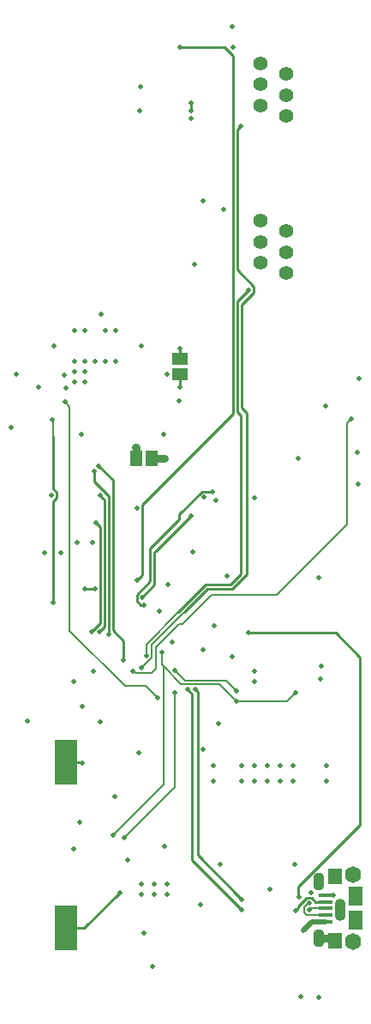
<source format=gbr>
G04 #@! TF.GenerationSoftware,KiCad,Pcbnew,(5.0.0)*
G04 #@! TF.CreationDate,2018-12-20T12:17:44-05:00*
G04 #@! TF.ProjectId,fk-weather,666B2D776561746865722E6B69636164,0.1*
G04 #@! TF.SameCoordinates,PX791ddc0PY791ddc0*
G04 #@! TF.FileFunction,Copper,L4,Bot,Signal*
G04 #@! TF.FilePolarity,Positive*
%FSLAX46Y46*%
G04 Gerber Fmt 4.6, Leading zero omitted, Abs format (unit mm)*
G04 Created by KiCad (PCBNEW (5.0.0)) date 12/20/18 12:17:44*
%MOMM*%
%LPD*%
G01*
G04 APERTURE LIST*
G04 #@! TA.AperFunction,SMDPad,CuDef*
%ADD10R,1.168400X1.600200*%
G04 #@! TD*
G04 #@! TA.AperFunction,SMDPad,CuDef*
%ADD11R,1.600200X1.168400*%
G04 #@! TD*
G04 #@! TA.AperFunction,SMDPad,CuDef*
%ADD12R,1.400000X1.600000*%
G04 #@! TD*
G04 #@! TA.AperFunction,SMDPad,CuDef*
%ADD13R,1.350000X0.400000*%
G04 #@! TD*
G04 #@! TA.AperFunction,ComponentPad*
%ADD14O,1.600000X1.651000*%
G04 #@! TD*
G04 #@! TA.AperFunction,SMDPad,CuDef*
%ADD15R,1.400000X1.900000*%
G04 #@! TD*
G04 #@! TA.AperFunction,ComponentPad*
%ADD16O,1.100000X1.800000*%
G04 #@! TD*
G04 #@! TA.AperFunction,ComponentPad*
%ADD17O,1.100000X2.200000*%
G04 #@! TD*
G04 #@! TA.AperFunction,SMDPad,CuDef*
%ADD18R,2.300000X4.500000*%
G04 #@! TD*
G04 #@! TA.AperFunction,ComponentPad*
%ADD19C,1.400000*%
G04 #@! TD*
G04 #@! TA.AperFunction,ViaPad*
%ADD20C,0.500000*%
G04 #@! TD*
G04 #@! TA.AperFunction,Conductor*
%ADD21C,0.254000*%
G04 #@! TD*
G04 #@! TA.AperFunction,Conductor*
%ADD22C,0.508000*%
G04 #@! TD*
G04 #@! TA.AperFunction,Conductor*
%ADD23C,0.762000*%
G04 #@! TD*
G04 #@! TA.AperFunction,Conductor*
%ADD24C,0.203200*%
G04 #@! TD*
G04 APERTURE END LIST*
D10*
G04 #@! TO.P,J9,2*
G04 #@! TO.N,/PERIPH_3V3*
X-28194000Y-19024600D03*
G04 #@! TO.P,J9,1*
G04 #@! TO.N,3V3*
X-26670000Y-19024600D03*
G04 #@! TD*
D11*
G04 #@! TO.P,J12,1*
G04 #@! TO.N,3V3*
X-23876000Y-10668000D03*
G04 #@! TO.P,J12,2*
G04 #@! TO.N,/WEATHER_3V3*
X-23876000Y-9144000D03*
G04 #@! TD*
D12*
G04 #@! TO.P,J5,6*
G04 #@! TO.N,Net-(J5-Pad6)*
X-8527800Y-60188000D03*
D13*
G04 #@! TO.P,J5,5*
G04 #@! TO.N,GND*
X-9447800Y-64688000D03*
G04 #@! TO.P,J5,4*
G04 #@! TO.N,Net-(J1-Pad4)*
X-9447800Y-64038000D03*
G04 #@! TO.P,J5,1*
G04 #@! TO.N,VUSB*
X-9447800Y-62088000D03*
G04 #@! TO.P,J5,2*
G04 #@! TO.N,/USB-*
X-9447800Y-62738000D03*
D14*
G04 #@! TO.P,J5,*
G04 #@! TO.N,*
X-6777800Y-66688000D03*
D15*
G04 #@! TO.P,J5,8*
G04 #@! TO.N,Net-(J5-Pad8)*
X-6527800Y-62188000D03*
D14*
G04 #@! TO.P,J5,*
G04 #@! TO.N,*
X-6777800Y-60088000D03*
D15*
G04 #@! TO.P,J5,9*
G04 #@! TO.N,Net-(J5-Pad9)*
X-6527800Y-64588000D03*
D13*
G04 #@! TO.P,J5,3*
G04 #@! TO.N,/USB+*
X-9447800Y-63388000D03*
D12*
G04 #@! TO.P,J5,7*
G04 #@! TO.N,Net-(C10-Pad1)*
X-8527800Y-66588000D03*
G04 #@! TD*
D16*
G04 #@! TO.P,J1,6*
G04 #@! TO.N,Net-(C10-Pad1)*
X-10160000Y-66300000D03*
G04 #@! TO.P,J1,7*
G04 #@! TO.N,Net-(J1-Pad7)*
X-10160000Y-60700000D03*
D17*
G04 #@! TO.P,J1,8*
G04 #@! TO.N,Net-(J1-Pad8)*
X-8010000Y-63500000D03*
G04 #@! TD*
D18*
G04 #@! TO.P,BT1,1*
G04 #@! TO.N,Net-(BT1-Pad1)*
X-35179000Y-65350000D03*
G04 #@! TO.P,BT1,2*
G04 #@! TO.N,GND*
X-35179000Y-48950000D03*
G04 #@! TD*
D19*
G04 #@! TO.P,J10,1*
G04 #@! TO.N,Net-(J10-Pad1)*
X-15916972Y4417332D03*
G04 #@! TO.P,J10,2*
G04 #@! TO.N,/RAIN_2*
X-13376972Y3397332D03*
G04 #@! TO.P,J10,3*
G04 #@! TO.N,Net-(J10-Pad3)*
X-15916972Y2377332D03*
G04 #@! TO.P,J10,4*
G04 #@! TO.N,Net-(J10-Pad4)*
X-13376972Y1357332D03*
G04 #@! TO.P,J10,5*
G04 #@! TO.N,/RAIN_5*
X-15916972Y337332D03*
G04 #@! TO.P,J10,6*
G04 #@! TO.N,Net-(J10-Pad6)*
X-13376972Y-682668D03*
G04 #@! TD*
G04 #@! TO.P,J11,6*
G04 #@! TO.N,Net-(J11-Pad6)*
X-13362972Y14817332D03*
G04 #@! TO.P,J11,5*
G04 #@! TO.N,Net-(J11-Pad5)*
X-15902972Y15837332D03*
G04 #@! TO.P,J11,4*
G04 #@! TO.N,Net-(J11-Pad4)*
X-13362972Y16857332D03*
G04 #@! TO.P,J11,3*
G04 #@! TO.N,Net-(J11-Pad3)*
X-15902972Y17877332D03*
G04 #@! TO.P,J11,2*
G04 #@! TO.N,Net-(J11-Pad2)*
X-13362972Y18897332D03*
G04 #@! TO.P,J11,1*
G04 #@! TO.N,Net-(J11-Pad1)*
X-15902972Y19917332D03*
G04 #@! TD*
D20*
G04 #@! TO.N,GND*
X-32486600Y-27330400D03*
X-34061400Y-27330400D03*
X-22771100Y14516100D03*
X-22771100Y15290800D03*
X-22783800Y16052800D03*
X-33312100Y-31864300D03*
X-32296100Y-31864300D03*
X-27762200Y17627600D03*
X-19558000Y5588000D03*
X-22428200Y101600D03*
X-35331400Y-10820400D03*
X-18719800Y-38557200D03*
X-9956800Y-40767000D03*
X-17801410Y-50800000D03*
X-27940000Y-48006000D03*
X-27686000Y-7874000D03*
X-36322000Y-7874000D03*
X-25908000Y-34036000D03*
X-24638000Y-37084000D03*
X-33528000Y-43434000D03*
X-32450086Y-39961324D03*
X-35687000Y-28346400D03*
X-36576000Y-22606000D03*
X-29083000Y-58648600D03*
X-34340800Y-57531000D03*
X-30302200Y-52324000D03*
X-33528000Y-49022000D03*
X-27432000Y-65786000D03*
X-14986000Y-61468000D03*
X-21844000Y-62992000D03*
X-11684000Y-65532000D03*
X-10940452Y-61831543D03*
X-10160000Y-72136000D03*
X-11938000Y-72060400D03*
X-10160000Y-30734000D03*
X-20320000Y-23114000D03*
X-16510000Y-22860000D03*
X-22606000Y-28194000D03*
X-12700000Y-50800000D03*
X-13970000Y-50800000D03*
X-16510000Y-50800000D03*
X-15240000Y-50800000D03*
X-16531410Y-39979600D03*
X-9398000Y-50800000D03*
X-20574000Y-50800000D03*
X-6273800Y-21513800D03*
X-6366000Y-18414200D03*
X-9474200Y-13817600D03*
X-25527000Y-16637000D03*
X-40030400Y-10693400D03*
X-31673800Y-4775200D03*
X-23926800Y-13360400D03*
X-40538400Y-15976600D03*
X-12573000Y-59080400D03*
X-26619200Y-69093462D03*
X-28143200Y-23876000D03*
X-12217400Y-19024600D03*
G04 #@! TO.N,3V3*
X-35179000Y-12065000D03*
X-9931400Y-39497000D03*
X-17801410Y-49276000D03*
X-37846000Y-11938000D03*
X-23876000Y-11938000D03*
X-25146000Y-10668000D03*
X-21590000Y-37846000D03*
X-37236400Y-28295600D03*
X-21488400Y-22834600D03*
X-19227800Y-30581600D03*
X-25069800Y-31445200D03*
X-34391600Y-40995600D03*
X-21615400Y-47675800D03*
X-27686000Y-60960000D03*
X-26416000Y-60960000D03*
X-25146000Y-60960000D03*
X-25146000Y-61976000D03*
X-26416000Y-61976000D03*
X-27686000Y-61976000D03*
X-33782000Y-54864000D03*
X-13970000Y-49276000D03*
X-15240000Y-49276000D03*
X-16510000Y-49276000D03*
X-12700000Y-49276000D03*
X-9398000Y-49276000D03*
X-16531410Y-40995600D03*
X-20574000Y-49276000D03*
X-38912800Y-44907200D03*
X-31724600Y-44958000D03*
X-25388200Y-57226200D03*
X-20066000Y-45173000D03*
X-6197600Y-11099800D03*
X-25400000Y-18999200D03*
X-33578800Y-16637000D03*
X-19939000Y-59055000D03*
X-20523200Y-35483800D03*
G04 #@! TO.N,/SWDIO*
X-22783800Y-24638000D03*
X-27613779Y-32689800D03*
G04 #@! TO.N,/SWCLK*
X-20701000Y-22275800D03*
X-27406600Y-33451800D03*
G04 #@! TO.N,/A3*
X-28524200Y-39954200D03*
X-6959600Y-15062200D03*
G04 #@! TO.N,/MOSI*
X-32169100Y-25387300D03*
X-32613600Y-36118800D03*
G04 #@! TO.N,/SCK*
X-31796507Y-22601707D03*
X-31864914Y-36118800D03*
G04 #@! TO.N,/MISO*
X-32359600Y-20243800D03*
X-30912414Y-36322614D03*
G04 #@! TO.N,/USB-*
X-17780000Y-63500000D03*
X-23152100Y-41770300D03*
X-12471400Y-63601600D03*
G04 #@! TO.N,/USB+*
X-17780000Y-62484000D03*
X-22390100Y-41770300D03*
X-11130311Y-63542748D03*
G04 #@! TO.N,VUSB*
X-8737600Y-62128400D03*
G04 #@! TO.N,Net-(J1-Pad4)*
X-17145000Y-36195000D03*
X-12095296Y-62231589D03*
X-11125343Y-62890355D03*
G04 #@! TO.N,/SCL1*
X-25654000Y-38100000D03*
X-18288000Y-42926000D03*
X-30480000Y-56159400D03*
X-12446000Y-42087800D03*
G04 #@! TO.N,/SDA1*
X-24384000Y-39878000D03*
X-18288000Y-41910000D03*
X-24409400Y-42087800D03*
X-29387800Y-56438800D03*
G04 #@! TO.N,/PERIPH_3V3*
X-28270600Y-17856200D03*
G04 #@! TO.N,Net-(BT1-Pad1)*
X-29845000Y-61849000D03*
G04 #@! TO.N,/D6_RAIN*
X-17094200Y-2362200D03*
X-27218809Y-38444030D03*
G04 #@! TO.N,/A1_WIND_DIR*
X-23876000Y21590000D03*
X-28092400Y-31026100D03*
G04 #@! TO.N,/D10_WIND_SPEED*
X-17856200Y13769372D03*
X-27686000Y-39624000D03*
G04 #@! TO.N,/D8_PERIPH_EN*
X-36423600Y-33261300D03*
X-36499800Y-15163800D03*
G04 #@! TO.N,/D5_FLASH_CS*
X-29438600Y-38912800D03*
X-31915100Y-19735800D03*
G04 #@! TO.N,/D7_WEATHER_EN*
X-26060400Y-42621200D03*
X-35255200Y-13411200D03*
G04 #@! TO.N,/WEATHER_3V3*
X-31242000Y-6350000D03*
X-30226000Y-6350000D03*
X-30226000Y-9398000D03*
X-31242000Y-9398000D03*
X-32258000Y-9398000D03*
X-33274000Y-6350000D03*
X-34290000Y-6350000D03*
X-34290000Y-9398000D03*
X-33274000Y-9398000D03*
X-33274000Y-10414000D03*
X-33274000Y-11430000D03*
X-34290000Y-10414000D03*
X-34290000Y-11430000D03*
X-23876000Y-8128000D03*
X-21564600Y6375400D03*
X-27889200Y15316200D03*
X-18669000Y21539200D03*
X-18719800Y23596600D03*
G04 #@! TD*
D21*
G04 #@! TO.N,GND*
X-22783800Y16052800D02*
X-22783800Y15303500D01*
X-22783800Y15303500D02*
X-22771100Y15290800D01*
X-32296100Y-31864300D02*
X-33312100Y-31864300D01*
X-35179000Y-48950000D02*
X-33600000Y-48950000D01*
X-33600000Y-48950000D02*
X-33528000Y-49022000D01*
D22*
X-9447800Y-64688000D02*
X-10840000Y-64688000D01*
X-10840000Y-64688000D02*
X-11684000Y-65532000D01*
D21*
G04 #@! TO.N,3V3*
X-23876000Y-10668000D02*
X-23876000Y-11938000D01*
D23*
X-26670000Y-19024600D02*
X-25425400Y-19024600D01*
X-25425400Y-19024600D02*
X-25400000Y-18999200D01*
D21*
G04 #@! TO.N,/SWDIO*
X-26276300Y-28130500D02*
X-22783800Y-24638000D01*
X-27613779Y-32689800D02*
X-26407338Y-31483359D01*
X-26407338Y-31483359D02*
X-26407338Y-28261538D01*
X-26407338Y-28261538D02*
X-26276300Y-28130500D01*
X-27639190Y-32664389D02*
X-27613779Y-32689800D01*
G04 #@! TO.N,/SWCLK*
X-26813748Y-27905948D02*
X-26813748Y-31106255D01*
X-21713114Y-22275800D02*
X-23952200Y-24514886D01*
X-27760153Y-33451800D02*
X-27406600Y-33451800D01*
X-26813748Y-31106255D02*
X-28143189Y-32435696D01*
X-28143189Y-33068764D02*
X-27760153Y-33451800D01*
X-23952200Y-25044400D02*
X-26813748Y-27905948D01*
X-28143189Y-32435696D02*
X-28143189Y-33068764D01*
X-20701000Y-22275800D02*
X-21713114Y-22275800D01*
X-23952200Y-24514886D02*
X-23952200Y-25044400D01*
D24*
G04 #@! TO.N,/A3*
X-28274201Y-40204199D02*
X-26674001Y-40204199D01*
X-28524200Y-39954200D02*
X-28274201Y-40204199D01*
X-26674001Y-40204199D02*
X-26238200Y-39768398D01*
X-26238200Y-39768398D02*
X-26238200Y-37617400D01*
X-26238200Y-37617400D02*
X-23977600Y-35356800D01*
X-23977600Y-35356800D02*
X-23647400Y-35356800D01*
X-23647400Y-35356800D02*
X-20726400Y-32435800D01*
X-20726400Y-32435800D02*
X-14351000Y-32435800D01*
X-14351000Y-32435800D02*
X-7391400Y-25476200D01*
X-7391400Y-25476200D02*
X-7391400Y-15494000D01*
X-7391400Y-15494000D02*
X-6959600Y-15062200D01*
D21*
G04 #@! TO.N,/MOSI*
X-31766699Y-26085800D02*
X-31766699Y-25789701D01*
X-31766699Y-25789701D02*
X-32169100Y-25387300D01*
X-32613600Y-36118800D02*
X-31766699Y-35271899D01*
X-31766699Y-35271899D02*
X-31766699Y-26085800D01*
G04 #@! TO.N,/SCK*
X-31360289Y-23037925D02*
X-31546508Y-22851706D01*
X-31546508Y-22851706D02*
X-31796507Y-22601707D01*
X-31864914Y-36118800D02*
X-31360289Y-35614175D01*
X-31360289Y-35614175D02*
X-31360289Y-23037925D01*
G04 #@! TO.N,/MISO*
X-32359600Y-21289928D02*
X-30912414Y-22737114D01*
X-32359600Y-20243800D02*
X-32359600Y-21289928D01*
X-30912414Y-36322614D02*
X-30912414Y-23876614D01*
X-30912414Y-22737114D02*
X-30912414Y-23876614D01*
G04 #@! TO.N,/USB-*
X-17780000Y-63500000D02*
X-22660799Y-58619201D01*
X-22660799Y-58619201D02*
X-22660799Y-42261601D01*
X-22660799Y-42261601D02*
X-23152100Y-41770300D01*
X-10494182Y-62738000D02*
X-10871229Y-62360953D01*
X-10871229Y-62360953D02*
X-11379457Y-62360953D01*
X-11379457Y-62360953D02*
X-12221401Y-63202897D01*
X-12221401Y-63202897D02*
X-12221401Y-63351601D01*
X-12221401Y-63351601D02*
X-12471400Y-63601600D01*
X-9447800Y-62738000D02*
X-10494182Y-62738000D01*
G04 #@! TO.N,/USB+*
X-22144801Y-58119199D02*
X-18029999Y-62234001D01*
X-18029999Y-62234001D02*
X-17780000Y-62484000D01*
X-22144801Y-47421687D02*
X-22144801Y-58119199D01*
X-22140101Y-47416987D02*
X-22144801Y-47421687D01*
X-22140101Y-42020299D02*
X-22140101Y-47416987D01*
X-22390100Y-41770300D02*
X-22140101Y-42020299D01*
D24*
X-10975563Y-63388000D02*
X-11130311Y-63542748D01*
X-9447800Y-63388000D02*
X-10975563Y-63388000D01*
D23*
G04 #@! TO.N,Net-(C10-Pad1)*
X-8815800Y-66300000D02*
X-8527800Y-66588000D01*
X-10160000Y-66300000D02*
X-8815800Y-66300000D01*
D24*
G04 #@! TO.N,VUSB*
X-9407400Y-62128400D02*
X-9447800Y-62088000D01*
X-8737600Y-62128400D02*
X-9407400Y-62128400D01*
G04 #@! TO.N,Net-(J1-Pad4)*
X-9447800Y-64038000D02*
X-10326000Y-64038000D01*
X-11372233Y-64046750D02*
X-11634313Y-63784670D01*
X-11223842Y-62890355D02*
X-11125343Y-62890355D01*
X-11634313Y-63300826D02*
X-11223842Y-62890355D01*
X-11634313Y-63784670D02*
X-11634313Y-63300826D01*
X-10334750Y-64046750D02*
X-11372233Y-64046750D01*
X-10326000Y-64038000D02*
X-10334750Y-64046750D01*
D21*
X-12192000Y-62134885D02*
X-12095296Y-62231589D01*
X-12192000Y-61209038D02*
X-12192000Y-62134885D01*
X-6096000Y-55113038D02*
X-12192000Y-61209038D01*
X-6096000Y-38608000D02*
X-6096000Y-55113038D01*
X-17145000Y-36195000D02*
X-8509000Y-36195000D01*
X-8509000Y-36195000D02*
X-6096000Y-38608000D01*
D24*
G04 #@! TO.N,/SCL1*
X-23758311Y-41249611D02*
X-19964389Y-41249611D01*
X-19964389Y-41249611D02*
X-18537999Y-42676001D01*
X-25654000Y-38100000D02*
X-25654000Y-39353922D01*
X-18537999Y-42676001D02*
X-18288000Y-42926000D01*
X-25510922Y-39497000D02*
X-23758311Y-41249611D01*
X-25654000Y-39353922D02*
X-25510922Y-39497000D01*
X-18288000Y-42926000D02*
X-17934447Y-42926000D01*
X-17934447Y-42926000D02*
X-13284200Y-42926000D01*
X-13284200Y-42926000D02*
X-12446000Y-42087800D01*
X-25510922Y-39497000D02*
X-25510922Y-51190322D01*
X-25510922Y-51190322D02*
X-30480000Y-56159400D01*
G04 #@! TO.N,/SDA1*
X-18537999Y-41660001D02*
X-18288000Y-41910000D01*
X-19304000Y-40894000D02*
X-18537999Y-41660001D01*
X-23368000Y-40894000D02*
X-19304000Y-40894000D01*
X-24384000Y-39878000D02*
X-23368000Y-40894000D01*
X-24409400Y-42087800D02*
X-24409400Y-51460400D01*
X-24409400Y-51460400D02*
X-29137801Y-56188801D01*
X-29137801Y-56188801D02*
X-29387800Y-56438800D01*
D23*
G04 #@! TO.N,/PERIPH_3V3*
X-28194000Y-17932800D02*
X-28270600Y-17856200D01*
X-28194000Y-19024600D02*
X-28194000Y-17932800D01*
D21*
G04 #@! TO.N,Net-(BT1-Pad1)*
X-29845000Y-61849000D02*
X-33346000Y-65350000D01*
X-33346000Y-65350000D02*
X-35179000Y-65350000D01*
G04 #@! TO.N,/D6_RAIN*
X-17094200Y-2362200D02*
X-18211790Y-3479790D01*
X-18211790Y-14452600D02*
X-17860199Y-14804191D01*
X-17860199Y-30420499D02*
X-18888889Y-31449189D01*
X-21310437Y-31449189D02*
X-24053800Y-34192552D01*
X-18211790Y-3479790D02*
X-18211790Y-14452600D01*
X-18888889Y-31449189D02*
X-21310437Y-31449189D01*
X-17860199Y-14804191D02*
X-17860199Y-30420499D01*
D24*
X-27218809Y-38090477D02*
X-27218809Y-38444030D01*
X-27218809Y-37357561D02*
X-27218809Y-38090477D01*
X-24053800Y-34192552D02*
X-27218809Y-37357561D01*
D21*
G04 #@! TO.N,/A1_WIND_DIR*
X-19503314Y21590000D02*
X-23522447Y21590000D01*
X-18618200Y20704886D02*
X-19503314Y21590000D01*
X-23522447Y21590000D02*
X-23876000Y21590000D01*
X-18618200Y-14554200D02*
X-18618200Y20704886D01*
X-27613799Y-23549799D02*
X-18618200Y-14554200D01*
X-27613799Y-30547499D02*
X-27613799Y-23549799D01*
X-28092400Y-31026100D02*
X-27613799Y-30547499D01*
G04 #@! TO.N,/D10_WIND_SPEED*
X-17856200Y13769372D02*
X-18211790Y13413782D01*
X-18698399Y-31855599D02*
X-21142097Y-31855599D01*
X-18211790Y13413782D02*
X-18211790Y-381010D01*
X-18211790Y-381010D02*
X-16564799Y-2028001D01*
X-16564799Y-2616313D02*
X-17805380Y-3856894D01*
X-16564799Y-2028001D02*
X-16564799Y-2616313D01*
X-17805380Y-3856894D02*
X-17805380Y-14020800D01*
X-17805380Y-14020800D02*
X-17310100Y-14516080D01*
X-21142097Y-31855599D02*
X-23449498Y-34163000D01*
X-17310100Y-14516080D02*
X-17310100Y-30467300D01*
X-17310100Y-30467300D02*
X-18698399Y-31855599D01*
D24*
X-26670000Y-37383502D02*
X-23449498Y-34163000D01*
X-26670000Y-38608000D02*
X-26670000Y-37383502D01*
X-27686000Y-39624000D02*
X-26670000Y-38608000D01*
D21*
G04 #@! TO.N,/D8_PERIPH_EN*
X-36423600Y-23237114D02*
X-36046599Y-22860113D01*
X-36423600Y-21974886D02*
X-36423600Y-17907000D01*
X-36423600Y-17907000D02*
X-36423600Y-16761953D01*
X-36423600Y-33261300D02*
X-36423600Y-23237114D01*
X-36046599Y-22351887D02*
X-36423600Y-21974886D01*
X-36046599Y-22860113D02*
X-36046599Y-22351887D01*
D24*
X-36423600Y-16761953D02*
X-36423600Y-15240000D01*
X-36423600Y-15240000D02*
X-36499800Y-15163800D01*
D21*
G04 #@! TO.N,/D5_FLASH_CS*
X-29438600Y-37012914D02*
X-29438600Y-38912800D01*
X-30506004Y-21144896D02*
X-30506004Y-35945510D01*
X-31915100Y-19735800D02*
X-30506004Y-21144896D01*
X-30506004Y-35945510D02*
X-29438600Y-37012914D01*
D24*
G04 #@! TO.N,/D7_WEATHER_EN*
X-26060400Y-42621200D02*
X-27228800Y-41452800D01*
X-27228800Y-41452800D02*
X-29337000Y-41452800D01*
X-29337000Y-41452800D02*
X-34772600Y-36017200D01*
X-34772600Y-36017200D02*
X-34772600Y-13893800D01*
X-34772600Y-13893800D02*
X-35255200Y-13411200D01*
D21*
G04 #@! TO.N,/WEATHER_3V3*
X-23876000Y-9144000D02*
X-23876000Y-8128000D01*
G04 #@! TD*
M02*

</source>
